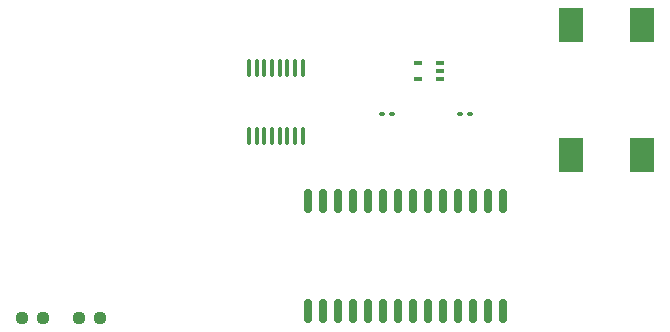
<source format=gbr>
%TF.GenerationSoftware,KiCad,Pcbnew,9.0.3*%
%TF.CreationDate,2025-09-20T21:36:46-05:00*%
%TF.ProjectId,RPNCalcProject,52504e43-616c-4635-9072-6f6a6563742e,rev?*%
%TF.SameCoordinates,Original*%
%TF.FileFunction,Paste,Bot*%
%TF.FilePolarity,Positive*%
%FSLAX46Y46*%
G04 Gerber Fmt 4.6, Leading zero omitted, Abs format (unit mm)*
G04 Created by KiCad (PCBNEW 9.0.3) date 2025-09-20 21:36:46*
%MOMM*%
%LPD*%
G01*
G04 APERTURE LIST*
G04 Aperture macros list*
%AMRoundRect*
0 Rectangle with rounded corners*
0 $1 Rounding radius*
0 $2 $3 $4 $5 $6 $7 $8 $9 X,Y pos of 4 corners*
0 Add a 4 corners polygon primitive as box body*
4,1,4,$2,$3,$4,$5,$6,$7,$8,$9,$2,$3,0*
0 Add four circle primitives for the rounded corners*
1,1,$1+$1,$2,$3*
1,1,$1+$1,$4,$5*
1,1,$1+$1,$6,$7*
1,1,$1+$1,$8,$9*
0 Add four rect primitives between the rounded corners*
20,1,$1+$1,$2,$3,$4,$5,0*
20,1,$1+$1,$4,$5,$6,$7,0*
20,1,$1+$1,$6,$7,$8,$9,0*
20,1,$1+$1,$8,$9,$2,$3,0*%
G04 Aperture macros list end*
%ADD10RoundRect,0.237500X0.250000X0.237500X-0.250000X0.237500X-0.250000X-0.237500X0.250000X-0.237500X0*%
%ADD11R,2.000000X3.000000*%
%ADD12RoundRect,0.100000X0.225000X0.100000X-0.225000X0.100000X-0.225000X-0.100000X0.225000X-0.100000X0*%
%ADD13RoundRect,0.090000X0.139000X0.090000X-0.139000X0.090000X-0.139000X-0.090000X0.139000X-0.090000X0*%
%ADD14RoundRect,0.150000X0.150000X-0.875000X0.150000X0.875000X-0.150000X0.875000X-0.150000X-0.875000X0*%
%ADD15RoundRect,0.100000X-0.100000X0.637500X-0.100000X-0.637500X0.100000X-0.637500X0.100000X0.637500X0*%
G04 APERTURE END LIST*
D10*
%TO.C,R2*%
X155310000Y-64810000D03*
X153485000Y-64810000D03*
%TD*%
D11*
%TO.C,J1*%
X206000000Y-40000000D03*
X200000000Y-40000000D03*
X200000000Y-51000000D03*
X206000000Y-51000000D03*
%TD*%
D12*
%TO.C,U4*%
X188900000Y-43200000D03*
X188900000Y-43850000D03*
X188900000Y-44500000D03*
X187000000Y-44500000D03*
X187000000Y-43200000D03*
%TD*%
D13*
%TO.C,C2*%
X184865000Y-47500000D03*
X184000000Y-47500000D03*
%TD*%
D10*
%TO.C,R1*%
X160135000Y-64810000D03*
X158310000Y-64810000D03*
%TD*%
D14*
%TO.C,U2*%
X194255000Y-64150000D03*
X192985000Y-64150000D03*
X191715000Y-64150000D03*
X190445000Y-64150000D03*
X189175000Y-64150000D03*
X187905000Y-64150000D03*
X186635000Y-64150000D03*
X185365000Y-64150000D03*
X184095000Y-64150000D03*
X182825000Y-64150000D03*
X181555000Y-64150000D03*
X180285000Y-64150000D03*
X179015000Y-64150000D03*
X177745000Y-64150000D03*
X177745000Y-54850000D03*
X179015000Y-54850000D03*
X180285000Y-54850000D03*
X181555000Y-54850000D03*
X182825000Y-54850000D03*
X184095000Y-54850000D03*
X185365000Y-54850000D03*
X186635000Y-54850000D03*
X187905000Y-54850000D03*
X189175000Y-54850000D03*
X190445000Y-54850000D03*
X191715000Y-54850000D03*
X192985000Y-54850000D03*
X194255000Y-54850000D03*
%TD*%
D13*
%TO.C,C1*%
X191432500Y-47500000D03*
X190567500Y-47500000D03*
%TD*%
D15*
%TO.C,U3*%
X172725000Y-43637500D03*
X173375000Y-43637500D03*
X174025000Y-43637500D03*
X174675000Y-43637500D03*
X175325000Y-43637500D03*
X175975000Y-43637500D03*
X176625000Y-43637500D03*
X177275000Y-43637500D03*
X177275000Y-49362500D03*
X176625000Y-49362500D03*
X175975000Y-49362500D03*
X175325000Y-49362500D03*
X174675000Y-49362500D03*
X174025000Y-49362500D03*
X173375000Y-49362500D03*
X172725000Y-49362500D03*
%TD*%
M02*

</source>
